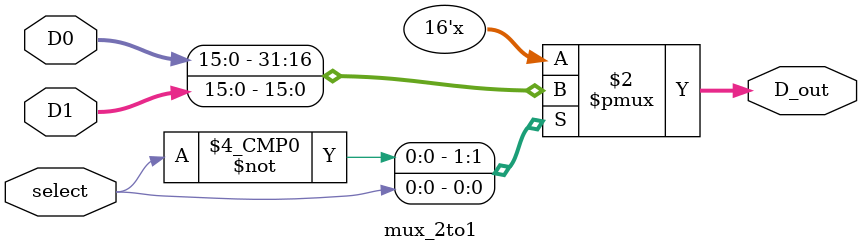
<source format=sv>
module mux_2to1(
    input select,
    input logic [15:0] D1,
    input logic [15:0] D0,
    output logic [15:0] D_out
    );

    always_comb
    begin 
    
    // D1 if select = 1, D0 is select = 0
        unique case(select)
            1'b0 : D_out = D0 ;
            1'b1 : D_out = D1 ;
        endcase
    end


endmodule

</source>
